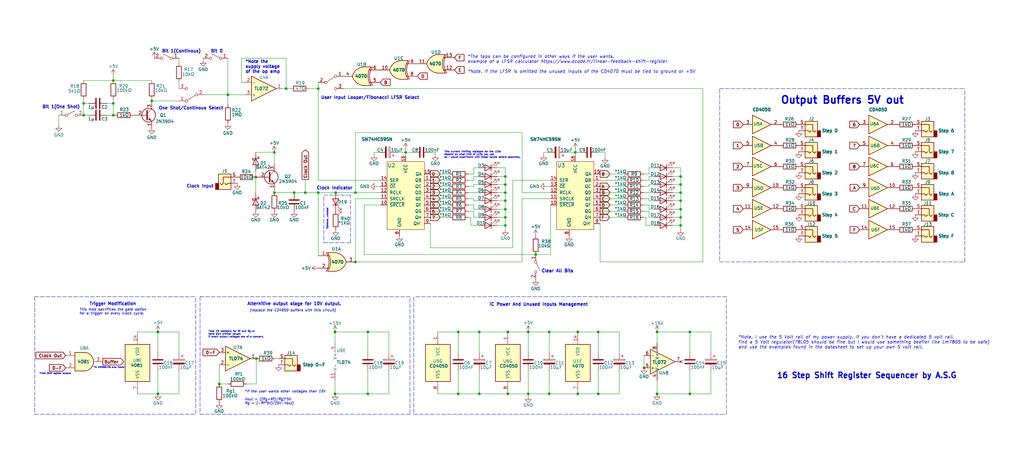
<source format=kicad_sch>
(kicad_sch (version 20211123) (generator eeschema)
  (paper "User" 419.989 189.992)
  (title_block (title "16 Step Shift Register Sequencer") (date "2023-05-18") (company "A.S.G"))
  (junction (at 89.916 157.48))
  (junction (at 130.556 36.322))
  (junction (at 187.96 136.144))
  (junction (at 150.876 136.144))
  (junction (at 207.264 78.994))
  (junction (at 269.494 161.544))
  (junction (at 46.482 33.02))
  (junction (at 62.23 41.402))
  (junction (at 112.522 62.484))
  (junction (at 208.28 161.544))
  (junction (at 130.556 78.994))
  (junction (at 279.146 92.456))
  (junction (at 125.222 78.994))
  (junction (at 279.146 82.296))
  (junction (at 187.96 161.544))
  (junction (at 207.264 75.692))
  (junction (at 279.146 75.692))
  (junction (at 207.264 72.39))
  (junction (at 282.956 161.544))
  (junction (at 279.146 72.39))
  (junction (at 34.29 42.418))
  (junction (at 34.29 47.244))
  (junction (at 196.596 161.544))
  (junction (at 112.522 78.994))
  (junction (at 207.264 82.296))
  (junction (at 269.494 136.144))
  (junction (at 105.156 147.066))
  (junction (at 225.298 136.144))
  (junction (at 279.146 89.154))
  (junction (at 236.982 161.544))
  (junction (at 282.956 136.144))
  (junction (at 46.482 42.418))
  (junction (at 264.16 150.876))
  (junction (at 104.902 72.644))
  (junction (at 196.596 136.144))
  (junction (at 137.414 161.544))
  (junction (at 166.37 62.484))
  (junction (at 120.65 78.994))
  (junction (at 46.482 47.244))
  (junction (at 279.146 78.994))
  (junction (at 208.28 136.144))
  (junction (at 207.264 89.154))
  (junction (at 219.71 104.394))
  (junction (at 235.966 62.484))
  (junction (at 145.796 78.994))
  (junction (at 216.662 136.144))
  (junction (at 207.264 85.852))
  (junction (at 245.364 161.544))
  (junction (at 137.668 78.994))
  (junction (at 145.796 107.442))
  (junction (at 117.348 36.322))
  (junction (at 64.77 136.144))
  (junction (at 64.77 161.544))
  (junction (at 236.982 136.144))
  (junction (at 207.264 92.456))
  (junction (at 225.298 161.544))
  (junction (at 137.414 136.144))
  (junction (at 216.662 161.544))
  (junction (at 150.876 161.544))
  (junction (at 279.146 85.852))
  (junction (at 93.472 38.862))
  (junction (at 245.364 136.144))
  (no_connect (at 279.4 148.336))
  (wire (pts (xy 104.902 72.644) (xy 104.902 78.994)))
  (wire (pts (xy 279.146 68.834) (xy 279.146 72.39)))
  (wire (pts (xy 64.77 136.144) (xy 73.406 136.144)))
  (wire (pts (xy 112.522 78.994) (xy 112.522 77.724)))
  (wire (pts (xy 246.126 86.614) (xy 256.286 86.614)))
  (wire (pts (xy 166.37 62.484) (xy 166.37 63.754)))
  (polyline (pts (xy 82.042 121.666) (xy 168.148 121.666)))
  (wire (pts (xy 130.556 36.322) (xy 130.556 73.914)))
  (wire (pts (xy 216.662 136.144) (xy 216.662 144.526)))
  (wire (pts (xy 245.364 136.144) (xy 254 136.144)))
  (wire (pts (xy 266.192 81.534) (xy 266.192 82.296)))
  (wire (pts (xy 130.556 73.914) (xy 156.21 73.914)))
  (wire (pts (xy 140.716 36.322) (xy 288.29 36.322)))
  (wire (pts (xy 64.77 161.544) (xy 73.406 161.544)))
  (wire (pts (xy 194.31 73.914) (xy 192.024 73.914)))
  (wire (pts (xy 225.298 136.144) (xy 236.982 136.144)))
  (wire (pts (xy 156.21 76.454) (xy 154.686 76.454)))
  (wire (pts (xy 279.146 92.456) (xy 275.844 92.456)))
  (wire (pts (xy 282.956 136.144) (xy 282.956 144.526)))
  (wire (pts (xy 214.122 78.994) (xy 214.122 54.356)))
  (wire (pts (xy 275.844 68.834) (xy 279.146 68.834)))
  (wire (pts (xy 216.662 152.146) (xy 216.662 161.544)))
  (wire (pts (xy 275.844 78.994) (xy 279.146 78.994)))
  (wire (pts (xy 89.916 157.48) (xy 89.916 149.606)))
  (wire (pts (xy 34.29 47.244) (xy 36.322 47.244)))
  (wire (pts (xy 208.28 161.544) (xy 216.662 161.544)))
  (wire (pts (xy 150.876 161.544) (xy 159.512 161.544)))
  (wire (pts (xy 207.264 72.39) (xy 207.264 75.692)))
  (wire (pts (xy 194.31 68.834) (xy 196.342 68.834)))
  (wire (pts (xy 245.364 152.146) (xy 245.364 161.544)))
  (wire (pts (xy 187.96 152.146) (xy 187.96 161.544)))
  (wire (pts (xy 266.192 89.154) (xy 268.224 89.154)))
  (wire (pts (xy 159.512 144.526) (xy 159.512 136.144)))
  (wire (pts (xy 192.024 86.614) (xy 194.31 86.614)))
  (polyline (pts (xy 295.148 36.322) (xy 395.732 36.322)))
  (wire (pts (xy 192.024 84.074) (xy 194.31 84.074)))
  (wire (pts (xy 194.31 84.074) (xy 194.31 85.852)))
  (wire (pts (xy 62.23 40.64) (xy 62.23 41.402)))
  (wire (pts (xy 176.53 86.614) (xy 184.404 86.614)))
  (polyline (pts (xy 14.224 169.926) (xy 80.264 169.926)))
  (wire (pts (xy 99.06 23.876) (xy 99.06 33.782)))
  (wire (pts (xy 176.53 101.6) (xy 210.312 101.6)))
  (wire (pts (xy 176.53 76.454) (xy 184.404 76.454)))
  (wire (pts (xy 196.596 161.544) (xy 196.596 152.146)))
  (polyline (pts (xy 395.732 107.442) (xy 395.732 36.322)))
  (polyline (pts (xy 82.042 121.666) (xy 82.042 169.926)))
  (wire (pts (xy 149.352 84.074) (xy 156.21 84.074)))
  (wire (pts (xy 254 144.526) (xy 254 136.144)))
  (wire (pts (xy 235.966 61.214) (xy 235.966 62.484)))
  (wire (pts (xy 203.962 78.994) (xy 207.264 78.994)))
  (wire (pts (xy 219.71 104.394) (xy 225.806 104.394)))
  (wire (pts (xy 137.414 155.956) (xy 137.414 161.544)))
  (wire (pts (xy 178.562 62.484) (xy 176.784 62.484)))
  (wire (pts (xy 46.482 42.418) (xy 46.482 47.244)))
  (wire (pts (xy 245.364 136.144) (xy 245.364 144.526)))
  (wire (pts (xy 130.556 78.994) (xy 137.668 78.994)))
  (wire (pts (xy 24.13 47.244) (xy 24.13 51.308)))
  (wire (pts (xy 130.556 33.782) (xy 130.556 36.322)))
  (wire (pts (xy 266.192 86.614) (xy 266.192 89.154)))
  (wire (pts (xy 137.414 136.144) (xy 150.876 136.144)))
  (wire (pts (xy 291.592 144.526) (xy 291.592 136.144)))
  (wire (pts (xy 216.662 161.544) (xy 216.662 162.56)))
  (polyline (pts (xy 297.942 169.926) (xy 297.942 121.666)))
  (wire (pts (xy 126.746 36.322) (xy 130.556 36.322)))
  (wire (pts (xy 236.982 161.544) (xy 245.364 161.544)))
  (wire (pts (xy 216.662 136.144) (xy 225.298 136.144)))
  (wire (pts (xy 194.31 82.296) (xy 196.342 82.296)))
  (wire (pts (xy 194.31 81.534) (xy 194.31 82.296)))
  (wire (pts (xy 179.578 161.544) (xy 187.96 161.544)))
  (wire (pts (xy 263.906 84.074) (xy 266.192 84.074)))
  (wire (pts (xy 203.962 68.834) (xy 207.264 68.834)))
  (wire (pts (xy 43.942 42.418) (xy 46.482 42.418)))
  (wire (pts (xy 194.31 72.39) (xy 194.31 73.914)))
  (wire (pts (xy 150.876 152.146) (xy 150.876 161.544)))
  (wire (pts (xy 269.494 140.716) (xy 269.494 136.144)))
  (wire (pts (xy 266.192 71.374) (xy 266.192 68.834)))
  (wire (pts (xy 207.264 92.456) (xy 207.264 94.234)))
  (wire (pts (xy 46.482 33.02) (xy 62.23 33.02)))
  (wire (pts (xy 288.29 36.322) (xy 288.29 107.442)))
  (wire (pts (xy 268.224 72.39) (xy 266.192 72.39)))
  (wire (pts (xy 187.96 136.144) (xy 196.596 136.144)))
  (wire (pts (xy 246.126 107.442) (xy 246.126 91.694)))
  (wire (pts (xy 100.584 33.782) (xy 99.06 33.782)))
  (wire (pts (xy 192.024 71.374) (xy 194.31 71.374)))
  (wire (pts (xy 279.146 89.154) (xy 279.146 92.456)))
  (wire (pts (xy 120.65 78.994) (xy 125.222 78.994)))
  (wire (pts (xy 279.146 78.994) (xy 279.146 82.296)))
  (wire (pts (xy 264.16 145.796) (xy 264.16 150.876)))
  (wire (pts (xy 149.352 104.394) (xy 219.71 104.394)))
  (wire (pts (xy 192.024 81.534) (xy 194.31 81.534)))
  (polyline (pts (xy 168.148 169.672) (xy 168.148 121.666)))
  (wire (pts (xy 246.126 107.442) (xy 288.29 107.442)))
  (wire (pts (xy 246.126 81.534) (xy 256.286 81.534)))
  (wire (pts (xy 196.596 161.544) (xy 208.28 161.544)))
  (wire (pts (xy 64.77 152.146) (xy 64.77 161.544)))
  (wire (pts (xy 207.264 68.834) (xy 207.264 72.39)))
  (wire (pts (xy 269.494 161.544) (xy 282.956 161.544)))
  (wire (pts (xy 93.472 23.876) (xy 93.472 38.862)))
  (wire (pts (xy 266.192 72.39) (xy 266.192 73.914)))
  (wire (pts (xy 194.31 85.852) (xy 196.342 85.852)))
  (wire (pts (xy 159.512 161.544) (xy 159.512 152.146)))
  (wire (pts (xy 266.192 76.454) (xy 263.906 76.454)))
  (wire (pts (xy 203.962 82.296) (xy 207.264 82.296)))
  (wire (pts (xy 125.222 78.994) (xy 130.556 78.994)))
  (wire (pts (xy 235.966 62.484) (xy 235.966 63.754)))
  (wire (pts (xy 266.192 73.914) (xy 263.906 73.914)))
  (wire (pts (xy 208.28 136.144) (xy 216.662 136.144)))
  (wire (pts (xy 56.388 136.144) (xy 64.77 136.144)))
  (wire (pts (xy 169.164 62.484) (xy 166.37 62.484)))
  (polyline (pts (xy 82.042 169.926) (xy 168.402 169.926)))
  (wire (pts (xy 248.158 64.516) (xy 248.158 62.484)))
  (wire (pts (xy 207.264 85.852) (xy 207.264 89.154)))
  (wire (pts (xy 112.522 62.484) (xy 112.522 67.564)))
  (wire (pts (xy 203.962 75.692) (xy 207.264 75.692)))
  (wire (pts (xy 266.192 84.074) (xy 266.192 85.852)))
  (wire (pts (xy 178.562 63.5) (xy 178.562 62.484)))
  (wire (pts (xy 179.578 136.144) (xy 187.96 136.144)))
  (wire (pts (xy 36.322 42.418) (xy 34.29 42.418)))
  (wire (pts (xy 125.222 73.66) (xy 125.222 78.994)))
  (wire (pts (xy 194.31 75.692) (xy 194.31 76.454)))
  (wire (pts (xy 246.126 73.914) (xy 256.286 73.914)))
  (wire (pts (xy 275.844 72.39) (xy 279.146 72.39)))
  (wire (pts (xy 264.922 89.154) (xy 264.922 92.456)))
  (wire (pts (xy 73.406 33.528) (xy 73.406 36.322)))
  (wire (pts (xy 162.814 62.484) (xy 166.37 62.484)))
  (wire (pts (xy 194.31 86.614) (xy 194.31 89.154)))
  (wire (pts (xy 266.192 82.296) (xy 268.224 82.296)))
  (wire (pts (xy 282.956 136.144) (xy 291.592 136.144)))
  (wire (pts (xy 246.126 78.994) (xy 256.286 78.994)))
  (wire (pts (xy 223.012 63.5) (xy 223.012 62.484)))
  (wire (pts (xy 187.96 136.144) (xy 187.96 144.526)))
  (wire (pts (xy 207.264 75.692) (xy 207.264 78.994)))
  (wire (pts (xy 268.224 75.692) (xy 266.192 75.692)))
  (wire (pts (xy 275.844 89.154) (xy 279.146 89.154)))
  (wire (pts (xy 279.146 82.296) (xy 279.146 85.852)))
  (wire (pts (xy 46.482 30.988) (xy 46.482 33.02)))
  (wire (pts (xy 193.04 92.456) (xy 196.342 92.456)))
  (polyline (pts (xy 132.842 80.01) (xy 143.764 80.01)))
  (wire (pts (xy 137.414 161.544) (xy 150.876 161.544)))
  (wire (pts (xy 83.566 38.862) (xy 93.472 38.862)))
  (wire (pts (xy 192.024 89.154) (xy 193.04 89.154)))
  (wire (pts (xy 236.982 136.144) (xy 245.364 136.144)))
  (wire (pts (xy 203.962 85.852) (xy 207.264 85.852)))
  (wire (pts (xy 145.796 81.534) (xy 145.796 107.442)))
  (wire (pts (xy 225.298 161.544) (xy 236.982 161.544)))
  (wire (pts (xy 64.77 136.144) (xy 64.77 144.526)))
  (wire (pts (xy 196.342 75.692) (xy 194.31 75.692)))
  (wire (pts (xy 225.806 104.394) (xy 225.806 84.074)))
  (wire (pts (xy 166.37 61.214) (xy 166.37 62.484)))
  (wire (pts (xy 150.876 136.144) (xy 159.512 136.144)))
  (wire (pts (xy 112.776 147.066) (xy 114.3 147.066)))
  (wire (pts (xy 207.264 82.296) (xy 207.264 85.852)))
  (wire (pts (xy 176.53 71.374) (xy 184.404 71.374)))
  (wire (pts (xy 43.942 47.244) (xy 46.482 47.244)))
  (wire (pts (xy 56.388 161.544) (xy 64.77 161.544)))
  (wire (pts (xy 192.024 78.994) (xy 196.342 78.994)))
  (wire (pts (xy 279.146 75.692) (xy 279.146 78.994)))
  (wire (pts (xy 176.53 89.154) (xy 184.404 89.154)))
  (wire (pts (xy 34.29 42.418) (xy 34.29 47.244)))
  (wire (pts (xy 210.312 73.914) (xy 225.806 73.914)))
  (wire (pts (xy 282.956 161.544) (xy 291.592 161.544)))
  (wire (pts (xy 153.416 62.484) (xy 155.194 62.484)))
  (wire (pts (xy 263.906 71.374) (xy 266.192 71.374)))
  (wire (pts (xy 246.126 84.074) (xy 256.286 84.074)))
  (wire (pts (xy 104.902 70.104) (xy 104.902 72.644)))
  (wire (pts (xy 194.31 89.154) (xy 196.342 89.154)))
  (wire (pts (xy 176.53 78.994) (xy 184.404 78.994)))
  (wire (pts (xy 101.092 157.48) (xy 105.156 157.48)))
  (wire (pts (xy 46.482 33.02) (xy 34.29 33.02)))
  (wire (pts (xy 225.806 78.994) (xy 214.122 78.994)))
  (wire (pts (xy 225.298 161.544) (xy 225.298 152.146)))
  (wire (pts (xy 266.192 75.692) (xy 266.192 76.454)))
  (wire (pts (xy 263.906 89.154) (xy 264.922 89.154)))
  (polyline (pts (xy 297.942 121.666) (xy 169.926 121.666)))
  (wire (pts (xy 104.902 62.484) (xy 112.522 62.484)))
  (wire (pts (xy 145.796 78.994) (xy 156.21 78.994)))
  (wire (pts (xy 145.796 107.442) (xy 214.122 107.442)))
  (wire (pts (xy 232.41 62.484) (xy 235.966 62.484)))
  (wire (pts (xy 279.146 72.39) (xy 279.146 75.692)))
  (wire (pts (xy 137.668 78.994) (xy 145.796 78.994)))
  (wire (pts (xy 225.298 144.526) (xy 225.298 136.144)))
  (wire (pts (xy 263.906 86.614) (xy 266.192 86.614)))
  (wire (pts (xy 99.06 23.876) (xy 117.348 23.876)))
  (wire (pts (xy 207.264 78.994) (xy 207.264 82.296)))
  (wire (pts (xy 105.156 157.48) (xy 105.156 147.066)))
  (wire (pts (xy 176.53 73.914) (xy 184.404 73.914)))
  (wire (pts (xy 145.796 54.356) (xy 214.122 54.356)))
  (polyline (pts (xy 295.148 107.442) (xy 395.732 107.442)))
  (wire (pts (xy 207.264 92.456) (xy 203.962 92.456)))
  (wire (pts (xy 237.744 62.484) (xy 235.966 62.484)))
  (wire (pts (xy 279.146 85.852) (xy 279.146 89.154)))
  (wire (pts (xy 193.04 89.154) (xy 193.04 92.456)))
  (wire (pts (xy 196.342 72.39) (xy 194.31 72.39)))
  (polyline (pts (xy 295.148 36.576) (xy 295.148 107.442)))
  (wire (pts (xy 187.96 161.544) (xy 196.596 161.544)))
  (wire (pts (xy 203.962 89.154) (xy 207.264 89.154)))
  (wire (pts (xy 62.23 41.402) (xy 73.406 41.402)))
  (wire (pts (xy 214.122 107.442) (xy 214.122 81.534)))
  (wire (pts (xy 248.158 62.484) (xy 245.364 62.484)))
  (wire (pts (xy 137.414 140.716) (xy 137.414 136.144)))
  (wire (pts (xy 46.482 47.244) (xy 46.99 47.244)))
  (wire (pts (xy 115.824 36.322) (xy 117.348 36.322)))
  (wire (pts (xy 117.348 36.322) (xy 119.126 36.322)))
  (wire (pts (xy 245.364 161.544) (xy 254 161.544)))
  (wire (pts (xy 214.122 81.534) (xy 225.806 81.534)))
  (wire (pts (xy 246.126 89.154) (xy 256.286 89.154)))
  (wire (pts (xy 216.662 161.544) (xy 225.298 161.544)))
  (polyline (pts (xy 14.224 121.666) (xy 14.224 169.926)))
  (polyline (pts (xy 169.672 121.92) (xy 169.672 169.926)))
  (wire (pts (xy 176.53 84.074) (xy 184.404 84.074)))
  (wire (pts (xy 176.53 101.6) (xy 176.53 91.694)))
  (wire (pts (xy 291.592 161.544) (xy 291.592 152.146)))
  (wire (pts (xy 223.012 62.484) (xy 224.79 62.484)))
  (wire (pts (xy 246.126 76.454) (xy 256.286 76.454)))
  (wire (pts (xy 263.906 81.534) (xy 266.192 81.534)))
  (wire (pts (xy 275.844 85.852) (xy 279.146 85.852)))
  (wire (pts (xy 254 161.544) (xy 254 152.146)))
  (wire (pts (xy 282.956 152.146) (xy 282.956 161.544)))
  (wire (pts (xy 176.53 81.534) (xy 184.404 81.534)))
  (wire (pts (xy 150.876 136.144) (xy 150.876 144.526)))
  (wire (pts (xy 112.522 78.994) (xy 120.65 78.994)))
  (wire (pts (xy 149.352 84.074) (xy 149.352 104.394)))
  (polyline (pts (xy 80.264 169.672) (xy 80.264 121.666)))
  (wire (pts (xy 93.472 38.862) (xy 100.584 38.862)))
  (wire (pts (xy 208.28 135.636) (xy 208.28 136.144)))
  (wire (pts (xy 153.416 63.5) (xy 153.416 62.484)))
  (polyline (pts (xy 132.842 99.568) (xy 143.764 99.568)))
  (wire (pts (xy 46.482 40.64) (xy 46.482 42.418)))
  (wire (pts (xy 73.406 144.526) (xy 73.406 136.144)))
  (wire (pts (xy 225.806 76.454) (xy 224.282 76.454)))
  (polyline (pts (xy 132.842 80.772) (xy 132.842 99.568)))
  (wire (pts (xy 246.126 71.374) (xy 256.286 71.374)))
  (wire (pts (xy 73.406 23.876) (xy 73.406 25.908)))
  (wire (pts (xy 263.906 78.994) (xy 268.224 78.994)))
  (polyline (pts (xy 14.224 121.666) (xy 80.264 121.666)))
  (wire (pts (xy 269.494 155.956) (xy 269.494 161.544)))
  (wire (pts (xy 264.922 92.456) (xy 268.224 92.456)))
  (wire (pts (xy 62.23 41.402) (xy 62.23 42.164)))
  (polyline (pts (xy 169.672 169.926) (xy 297.942 169.926)))
  (wire (pts (xy 145.796 54.356) (xy 145.796 78.994)))
  (wire (pts (xy 73.406 161.544) (xy 73.406 152.146)))
  (polyline (pts (xy 143.764 99.568) (xy 143.764 80.01)))
  (wire (pts (xy 196.596 144.526) (xy 196.596 136.144)))
  (wire (pts (xy 266.192 85.852) (xy 268.224 85.852)))
  (wire (pts (xy 266.192 68.834) (xy 268.224 68.834)))
  (wire (pts (xy 279.146 92.456) (xy 279.146 94.234)))
  (wire (pts (xy 207.264 89.154) (xy 207.264 92.456)))
  (wire (pts (xy 156.21 81.534) (xy 145.796 81.534)))
  (wire (pts (xy 93.472 38.862) (xy 93.472 42.926)))
  (wire (pts (xy 83.312 23.876) (xy 83.312 24.638)))
  (wire (pts (xy 269.494 136.144) (xy 282.956 136.144)))
  (wire (pts (xy 210.312 101.6) (xy 210.312 73.914)))
  (wire (pts (xy 34.29 40.64) (xy 34.29 42.418)))
  (wire (pts (xy 275.844 75.692) (xy 279.146 75.692)))
  (wire (pts (xy 93.472 157.48) (xy 89.916 157.48)))
  (wire (pts (xy 196.596 136.144) (xy 208.28 136.144)))
  (wire (pts (xy 203.962 72.39) (xy 207.264 72.39)))
  (wire (pts (xy 130.556 78.994) (xy 130.556 104.902)))
  (wire (pts (xy 117.348 23.876) (xy 117.348 36.322)))
  (wire (pts (xy 194.31 76.454) (xy 192.024 76.454)))
  (wire (pts (xy 275.844 82.296) (xy 279.146 82.296)))
  (wire (pts (xy 194.31 71.374) (xy 194.31 68.834)))
  (text "*To CD4050/Op amp inputs" (at 38.1 151.13 0) (effects (font (size 0.6 0.6) italic) (justify left bottom)))
  (text "Bit 0" (at 86.36 21.844 0) (effects (font (size 1.27 1.27) (thickness 0.254) bold) (justify left bottom)))
  (text "*From Shift register outputs" (at 16.002 153.67 0) (effects (font (size 0.6 0.6) italic) (justify left bottom)))
  (text "*Optional, untested" (at 134.62 85.344 270) (effects (font (size 0.6 0.6) italic) (justify right bottom)))
  (text "(replace the CD4050 buffers with this circuit)\n" (at 102.362 128.016 0) (effects (font (size 1 1) italic) (justify left bottom)))
  (text "16 Step Shift Register Sequencer by A.S.G" (at 318.516 155.448 0) (effects (font (size 2.2606 2.2606) (thickness 0.4521) bold) (justify left bottom)))
  (text "Trigger Modification" (at 36.576 125.476 0) (effects (font (size 1.27 1.27) (thickness 0.254) bold) (justify left bottom)))
  (text "*Use 1% resistors for Rf and Rg or \nhand pick similar values \nif exact output voltages are of a concern." (at 85.344 138.684 0) (effects (font (size 0.7 0.7) italic) (justify left bottom)))
  (text "This mod sacrifices the gate option \nfor a trigger on every clock cycle." (at 32.512 129.286 0) (effects (font (size 1 1) italic) (justify left bottom)))
  (text "Clear All Bits" (at 221.996 112.014 0) (effects (font (size 1.27 1.27) (thickness 0.254) bold) (justify left bottom)))
  (text "*The taps can be configured in other ways if the user wants.\nexample of a LFSR calculator https://www.dcode.fr/linear-feedback-shift-register\n\n*Note. If the LFSR is omitted the unused inputs of the CD4070 must be tied to ground or +5V " (at 191.77 30.226 0) (effects (font (size 1.27 1.27) italic) (justify left bottom)))
  (text "Alternitive output stage for 10V output." (at 101.346 125.476 0) (effects (font (size 1.27 1.27) (thickness 0.254) bold) (justify left bottom)))
  (text "IC Power And Unused Inputs Management" (at 200.66 125.73 0) (effects (font (size 1.27 1.27) (thickness 0.254) bold) (justify left bottom)))
  (text "Clock Input" (at 76.454 77.216 0) (effects (font (size 1.27 1.27) bold) (justify left bottom)))
  (text "User Input Looper/Fibonacci LFSR Select" (at 131.572 40.894 0) (effects (font (size 1.27 1.27) (thickness 0.254) bold) (justify left bottom)))
  (text "Clock Indicator" (at 129.794 77.978 0) (effects (font (size 1.27 1.27) bold) (justify left bottom)))
  (text "Output Buffers 5V out" (at 320.04 42.926 0) (effects (font (size 3 3) bold) (justify left bottom)))
  (text "*the current limiting resistors for the LEDs \ndepend on what kind of LEDs you use \nso I would experiment with those values before assembly." (at 182.118 65.024 0) (effects (font (size 0.7 0.7) italic) (justify left bottom)))
  (text "One Shot/Continous Select" (at 65.024 45.212 0) (effects (font (size 1.27 1.27) (thickness 0.254) bold) (justify left bottom)))
  (text "Bit 1(One Shot)" (at 17.272 44.704 0) (effects (font (size 1.27 1.27) (thickness 0.254) bold) (justify left bottom)))
  (text "Bit 1(Continous)" (at 66.294 21.844 0) (effects (font (size 1.27 1.27) (thickness 0.254) bold) (justify left bottom)))
  (text "*If the user wants other voltages than 10V\n\nVout = ((Rg+Rf)/Rg)*5V\nRg = (-Rf*5V)/(5V-Vout)" (at 100.33 166.116 0) (effects (font (size 1 1) italic) (justify left bottom)))
  (text "*Note the \nsupply voltage \nof the op amp" (at 100.584 30.226 0) (effects (font (size 1.27 1.27) bold) (justify left bottom)))
  (text "*Note. I use the 5 Volt rail of my power supply. If you don't have a dedicated 5 volt rail, \nfind a 5 Volt regulator(78L05 should be fine but I would use something beefier like Lm7805 to be safe)\nand use the examples found in the datasheet to set up your own 5 volt rail." (at 302.768 143.256 0) (effects (font (size 1.27 1.27) italic) (justify left bottom)))
  (global_label "2" (shape output) (at 176.5587 76.454 0) (effects (font (thickness 0.254) bold)) (property "Intersheet References" "${INTERSHEET_REFS}" (effects hide)))
  (global_label "8" (shape output) (at 246.126 71.374 0) (effects (font (thickness 0.254) bold)) (property "Intersheet References" "${INTERSHEET_REFS}" (effects hide)))
  (global_label "8" (shape input) (at 352.552 68.326 180) (effects (font (thickness 0.254) bold)) (property "Intersheet References" "${INTERSHEET_REFS}" (effects hide)))
  (global_label "0" (shape output) (at 176.53 71.374 0) (effects (font (thickness 0.254) bold)) (property "Intersheet References" "${INTERSHEET_REFS}" (effects hide)))
  (global_label "1" (shape output) (at 176.5587 73.914 0) (effects (font (thickness 0.254) bold)) (property "Intersheet References" "${INTERSHEET_REFS}" (effects hide)))
  (global_label "D" (shape output) (at 246.126 84.074 0) (effects (font (thickness 0.254) bold)) (property "Intersheet References" "${INTERSHEET_REFS}" (effects hide)))
  (global_label "4" (shape input) (at 304.8 85.598 180) (effects (font (thickness 0.254) bold)) (property "Intersheet References" "${INTERSHEET_REFS}" (effects hide)))
  (global_label "0" (shape input) (at 304.8 51.054 180) (effects (font (thickness 0.254) bold)) (property "Intersheet References" "${INTERSHEET_REFS}" (effects hide)))
  (global_label "C" (shape input) (at 352.552 85.598 180) (effects (font (thickness 0.254) bold)) (property "Intersheet References" "${INTERSHEET_REFS}" (effects hide)))
  (global_label "B" (shape output) (at 246.126 78.994 0) (effects (font (thickness 0.254) bold)) (property "Intersheet References" "${INTERSHEET_REFS}" (effects hide)))
  (global_label "Clock Out" (shape input) (at 26.924 145.796 180) (effects (font (thickness 0.254) bold)) (property "Intersheet References" "${INTERSHEET_REFS}" (effects hide)))
  (global_label "7" (shape output) (at 176.53 89.154 0) (effects (font (thickness 0.254) bold)) (property "Intersheet References" "${INTERSHEET_REFS}" (effects hide)))
  (global_label "E" (shape input) (at 186.436 28.702 0) (effects (font (thickness 0.254) bold)) (property "Intersheet References" "${INTERSHEET_REFS}" (effects hide)))
  (global_label "2" (shape input) (at 304.8 68.326 180) (effects (font (thickness 0.254) bold)) (property "Intersheet References" "${INTERSHEET_REFS}" (effects hide)))
  (global_label "A" (shape input) (at 352.552 76.962 180) (effects (font (thickness 0.254) bold)) (property "Intersheet References" "${INTERSHEET_REFS}" (effects hide)))
  (global_label "D" (shape input) (at 171.196 31.242 0) (effects (font (thickness 0.254) bold)) (property "Intersheet References" "${INTERSHEET_REFS}" (effects hide)))
  (global_label "6" (shape input) (at 352.552 51.054 180) (effects (font (thickness 0.254) bold)) (property "Intersheet References" "${INTERSHEET_REFS}" (effects hide)))
  (global_label "7" (shape input) (at 352.552 59.69 180) (effects (font (thickness 0.254) bold)) (property "Intersheet References" "${INTERSHEET_REFS}" (effects hide)))
  (global_label "F" (shape input) (at 352.552 94.234 180) (effects (font (thickness 0.254) bold)) (property "Intersheet References" "${INTERSHEET_REFS}" (effects hide)))
  (global_label "F" (shape output) (at 246.126 89.154 0) (effects (font (thickness 0.254) bold)) (property "Intersheet References" "${INTERSHEET_REFS}" (effects hide)))
  (global_label "C" (shape output) (at 246.126 81.534 0) (effects (font (thickness 0.254) bold)) (property "Intersheet References" "${INTERSHEET_REFS}" (effects hide)))
  (global_label "F" (shape input) (at 186.436 23.622 0) (effects (font (thickness 0.254) bold)) (property "Intersheet References" "${INTERSHEET_REFS}" (effects hide)))
  (global_label "Buffer" (shape output) (at 42.164 148.336 0) (effects (font (thickness 0.254) bold)) (property "Intersheet References" "${INTERSHEET_REFS}" (effects hide)))
  (global_label "1" (shape input) (at 304.8 59.69 180) (effects (font (thickness 0.254) bold)) (property "Intersheet References" "${INTERSHEET_REFS}" (effects hide)))
  (global_label "5" (shape input) (at 304.8 94.234 180) (effects (font (thickness 0.254) bold)) (property "Intersheet References" "${INTERSHEET_REFS}" (effects hide)))
  (global_label "E" (shape output) (at 246.126 86.614 0) (effects (font (thickness 0.254) bold)) (property "Intersheet References" "${INTERSHEET_REFS}" (effects hide)))
  (global_label "0-F" (shape input) (at 89.916 144.526 180) (effects (font (thickness 0.254) bold)) (property "Intersheet References" "${INTERSHEET_REFS}" (effects hide)))
  (global_label "5" (shape output) (at 176.5587 84.074 0) (effects (font (thickness 0.254) bold)) (property "Intersheet References" "${INTERSHEET_REFS}" (effects hide)))
  (global_label "0-F" (shape input) (at 26.924 150.876 180) (effects (font (thickness 0.254) bold)) (property "Intersheet References" "${INTERSHEET_REFS}" (effects hide)))
  (global_label "4" (shape output) (at 176.5587 81.534 0) (effects (font (thickness 0.254) bold)) (property "Intersheet References" "${INTERSHEET_REFS}" (effects hide)))
  (global_label "A" (shape output) (at 246.126 76.454 0) (effects (font (thickness 0.254) bold)) (property "Intersheet References" "${INTERSHEET_REFS}" (effects hide)))
  (global_label "6" (shape output) (at 176.5587 86.614 0) (effects (font (thickness 0.254) bold)) (property "Intersheet References" "${INTERSHEET_REFS}" (effects hide)))
  (global_label "3" (shape input) (at 304.8 76.962 180) (effects (font (thickness 0.254) bold)) (property "Intersheet References" "${INTERSHEET_REFS}" (effects hide)))
  (global_label "Clock Out" (shape output) (at 125.222 73.66 90) (effects (font (thickness 0.254) bold)) (property "Intersheet References" "${INTERSHEET_REFS}" (effects hide)))
  (global_label "B" (shape input) (at 155.956 33.782 0) (effects (font (thickness 0.254) bold)) (property "Intersheet References" "${INTERSHEET_REFS}" (effects hide)))
  (global_label "3" (shape output) (at 176.5587 78.994 0) (effects (font (thickness 0.254) bold)) (property "Intersheet References" "${INTERSHEET_REFS}" (effects hide)))
  (symbol (lib_id "Eurorack---ShiftRegister-rescue:SN74HC595N-dk_Logic-Shift-Registers") (at 171.45 81.534 0) (unit 1)
    (property "Reference" "U2" (at 160.528 67.818 0) (effects (font (size 1.524 1.524))))
    (property "Value" "SN74HC595N" (at 154.686 57.15 0) (effects (font bold)))
    (property "Footprint" "Package_DIP:DIP-16_W7.62mm_Socket" (effects hide))
    (property "Datasheet" "http://www.ti.com/general/docs/suppproductinfo.tsp?distId=10&gotoUrl=http%3A%2F%2Fwww.ti.com%2Flit%2Fgpn%2Fsn74hc595" (effects hide))
    (property "Digi-Key_PN" "296-1600-5-ND" (effects hide))
    (property "MPN" "SN74HC595N" (effects hide))
    (property "Category" "Integrated Circuits (ICs)" (effects hide))
    (property "Family" "Logic - Shift Registers" (effects hide))
    (property "DK_Datasheet_Link" "http://www.ti.com/general/docs/suppproductinfo.tsp?distId=10&gotoUrl=http%3A%2F%2Fwww.ti.com%2Flit%2Fgpn%2Fsn74hc595" (effects hide))
    (property "DK_Detail_Page" "/product-detail/en/texas-instruments/SN74HC595N/296-1600-5-ND/277246" (effects hide))
    (property "Description" "IC 8-BIT SHIFT REGISTER 16-DIP" (effects hide))
    (property "Manufacturer" "Texas Instruments" (effects hide))
    (property "Status" "Active" (effects hide))
  )
  (symbol (lib_id "Device:R") (at 188.214 71.374 270) (unit 1)
    (property "Reference" "R1" (at 188.214 71.374 90))
    (property "Value" "*1kΩ" (at 182.626 70.358 90))
    (property "Footprint" "Resistor_THT:R_Axial_DIN0207_L6.3mm_D2.5mm_P7.62mm_Horizontal" (effects hide))
  )
  (symbol (lib_id "Device:LED") (at 200.152 78.994 180) (unit 1)
    (property "Reference" "D6" (at 197.358 77.978 0))
    (property "Value" "LED" (effects hide))
    (property "Footprint" "LED_THT:LED_D3.0mm" (effects hide))
  )
  (symbol (lib_id "Device:R") (at 188.214 73.914 270) (unit 1)
    (property "Reference" "R2" (at 188.214 73.914 90))
    (property "Value" "*1kΩ" (at 182.626 72.898 90))
    (property "Footprint" "Resistor_THT:R_Axial_DIN0207_L6.3mm_D2.5mm_P7.62mm_Horizontal" (effects hide))
  )
  (symbol (lib_id "Device:R") (at 188.214 76.454 270) (unit 1)
    (property "Reference" "R3" (at 188.214 76.454 90))
    (property "Value" "*1kΩ" (at 182.626 75.438 90))
    (property "Footprint" "Resistor_THT:R_Axial_DIN0207_L6.3mm_D2.5mm_P7.62mm_Horizontal" (effects hide))
  )
  (symbol (lib_id "Device:R") (at 188.214 78.994 270) (unit 1)
    (property "Reference" "R4" (at 188.214 78.994 90))
    (property "Value" "*1kΩ" (at 182.626 77.978 90))
    (property "Footprint" "Resistor_THT:R_Axial_DIN0207_L6.3mm_D2.5mm_P7.62mm_Horizontal" (effects hide))
  )
  (symbol (lib_id "Device:R") (at 188.214 81.534 270) (unit 1)
    (property "Reference" "R5" (at 188.214 81.534 90))
    (property "Value" "*1kΩ" (at 182.626 80.518 90))
    (property "Footprint" "Resistor_THT:R_Axial_DIN0207_L6.3mm_D2.5mm_P7.62mm_Horizontal" (effects hide))
  )
  (symbol (lib_id "Device:R") (at 188.214 84.074 270) (unit 1)
    (property "Reference" "R6" (at 188.214 84.074 90))
    (property "Value" "*1kΩ" (at 182.626 83.058 90))
    (property "Footprint" "Resistor_THT:R_Axial_DIN0207_L6.3mm_D2.5mm_P7.62mm_Horizontal" (effects hide))
  )
  (symbol (lib_id "Device:R") (at 188.214 86.614 270) (unit 1)
    (property "Reference" "R7" (at 188.214 86.614 90))
    (property "Value" "*1kΩ" (at 182.626 85.598 90))
    (property "Footprint" "Resistor_THT:R_Axial_DIN0207_L6.3mm_D2.5mm_P7.62mm_Horizontal" (effects hide))
  )
  (symbol (lib_id "Device:R") (at 188.214 89.154 270) (unit 1)
    (property "Reference" "R8" (at 188.214 89.154 90))
    (property "Value" "*1kΩ" (at 182.626 88.138 90))
    (property "Footprint" "Resistor_THT:R_Axial_DIN0207_L6.3mm_D2.5mm_P7.62mm_Horizontal" (effects hide))
  )
  (symbol (lib_id "Device:LED") (at 200.152 75.692 180) (unit 1)
    (property "Reference" "D5" (at 197.358 74.676 0))
    (property "Value" "LED" (effects hide))
    (property "Footprint" "LED_THT:LED_D3.0mm" (effects hide))
  )
  (symbol (lib_id "Device:LED") (at 200.152 72.39 180) (unit 1)
    (property "Reference" "D4" (at 197.358 71.374 0))
    (property "Value" "LED" (effects hide))
    (property "Footprint" "LED_THT:LED_D3.0mm" (effects hide))
  )
  (symbol (lib_id "Device:LED") (at 200.152 68.834 180) (unit 1)
    (property "Reference" "D3" (at 197.358 67.818 0))
    (property "Value" "LED" (effects hide))
    (property "Footprint" "LED_THT:LED_D3.0mm" (effects hide))
  )
  (symbol (lib_id "Device:LED") (at 200.152 92.456 180) (unit 1)
    (property "Reference" "D10" (at 197.358 91.44 0))
    (property "Value" "LED" (effects hide))
    (property "Footprint" "LED_THT:LED_D3.0mm" (effects hide))
  )
  (symbol (lib_id "Device:LED") (at 200.152 89.154 180) (unit 1)
    (property "Reference" "D9" (at 197.358 88.138 0))
    (property "Value" "LED" (effects hide))
    (property "Footprint" "LED_THT:LED_D3.0mm" (effects hide))
  )
  (symbol (lib_id "Device:LED") (at 200.152 85.852 180) (unit 1)
    (property "Reference" "D8" (at 197.358 84.836 0))
    (property "Value" "LED" (effects hide))
    (property "Footprint" "LED_THT:LED_D3.0mm" (effects hide))
  )
  (symbol (lib_id "Device:LED") (at 200.152 82.296 180) (unit 1)
    (property "Reference" "D7" (at 197.358 81.28 0))
    (property "Value" "LED" (effects hide))
    (property "Footprint" "LED_THT:LED_D3.0mm" (effects hide))
  )
  (symbol (lib_id "Switch:SW_SPST") (at 29.21 47.244 0) (unit 1)
    (property "Reference" "Bit1" (effects hide))
    (property "Value" "SW_SPST" (effects hide))
    (property "Footprint" "Button_Switch_THT:SW_PUSH_6mm_H5mm" (effects hide))
  )
  (symbol (lib_id "Switch:SW_SPST") (at 88.392 23.876 0) (mirror y) (unit 1)
    (property "Reference" "Bit0" (effects hide))
    (property "Value" "SW_SPST" (effects hide))
    (property "Footprint" "Button_Switch_THT:SW_PUSH_6mm_H5mm" (effects hide))
  )
  (symbol (lib_id "power:GND") (at 83.312 24.638 0) (unit 1)
    (property "Reference" "#PWR03" (effects hide))
    (property "Value" "GND" (at 83.312 28.448 0))
  )
  (symbol (lib_id "power:+5V") (at 46.482 30.988 0) (unit 1)
    (property "Reference" "#PWR02" (effects hide))
    (property "Value" "+5V" (at 46.482 27.178 0))
  )
  (symbol (lib_id "power:GND") (at 154.686 76.454 270) (unit 1)
    (property "Reference" "#PWR09" (effects hide))
    (property "Value" "GND" (at 149.606 76.454 90))
  )
  (symbol (lib_id "power:GND") (at 163.83 96.774 0) (unit 1)
    (property "Reference" "#PWR011" (effects hide))
    (property "Value" "GND" (at 163.83 100.33 0))
  )
  (symbol (lib_id "power:+5V") (at 166.37 61.214 0) (unit 1)
    (property "Reference" "#PWR012" (effects hide))
    (property "Value" "+5V" (at 166.37 57.404 0))
  )
  (symbol (lib_id "Eurorack---ShiftRegister-rescue:SN74HC595N-dk_Logic-Shift-Registers") (at 241.046 81.534 0) (unit 1)
    (property "Reference" "U3" (at 230.124 67.818 0) (effects (font (size 1.524 1.524))))
    (property "Value" "SN74HC595N" (at 223.774 57.15 0) (effects (font bold)))
    (property "Footprint" "Package_DIP:DIP-16_W7.62mm_Socket" (effects hide))
    (property "Datasheet" "http://www.ti.com/general/docs/suppproductinfo.tsp?distId=10&gotoUrl=http%3A%2F%2Fwww.ti.com%2Flit%2Fgpn%2Fsn74hc595" (effects hide))
    (property "Digi-Key_PN" "296-1600-5-ND" (effects hide))
    (property "MPN" "SN74HC595N" (effects hide))
    (property "Category" "Integrated Circuits (ICs)" (effects hide))
    (property "Family" "Logic - Shift Registers" (effects hide))
    (property "DK_Datasheet_Link" "http://www.ti.com/general/docs/suppproductinfo.tsp?distId=10&gotoUrl=http%3A%2F%2Fwww.ti.com%2Flit%2Fgpn%2Fsn74hc595" (effects hide))
    (property "DK_Detail_Page" "/product-detail/en/texas-instruments/SN74HC595N/296-1600-5-ND/277246" (effects hide))
    (property "Description" "IC 8-BIT SHIFT REGISTER 16-DIP" (effects hide))
    (property "Manufacturer" "Texas Instruments" (effects hide))
    (property "Status" "Active" (effects hide))
  )
  (symbol (lib_id "power:GND") (at 233.426 96.774 0) (unit 1)
    (property "Reference" "#PWR016" (effects hide))
    (property "Value" "GND" (at 233.426 100.33 0))
  )
  (symbol (lib_id "power:+5V") (at 235.966 61.214 0) (unit 1)
    (property "Reference" "#PWR017" (effects hide))
    (property "Value" "+5V" (at 235.966 57.404 0))
  )
  (symbol (lib_id "power:GND") (at 207.264 94.234 0) (unit 1)
    (property "Reference" "#PWR013" (effects hide))
    (property "Value" "GND" (at 207.264 97.79 0))
  )
  (symbol (lib_id "power:GND") (at 224.282 76.454 270) (unit 1)
    (property "Reference" "#PWR015" (effects hide))
    (property "Value" "GND" (at 219.202 76.454 90))
  )
  (symbol (lib_id "power:+5V") (at 130.556 109.982 90) (unit 1)
    (property "Reference" "#PWR06" (effects hide))
    (property "Value" "+5V" (at 125.476 109.982 90))
  )
  (symbol (lib_id "Device:LED") (at 272.034 78.994 180) (unit 1)
    (property "Reference" "D14" (at 268.732 77.978 0))
    (property "Value" "LED" (effects hide))
    (property "Footprint" "LED_THT:LED_D3.0mm" (effects hide))
  )
  (symbol (lib_id "Device:R") (at 260.096 84.074 270) (unit 1)
    (property "Reference" "R14" (at 260.096 84.074 90))
    (property "Value" "*1kΩ" (at 254.508 83.058 90))
    (property "Footprint" "Resistor_THT:R_Axial_DIN0207_L6.3mm_D2.5mm_P7.62mm_Horizontal" (effects hide))
  )
  (symbol (lib_id "Device:R") (at 260.096 86.614 270) (unit 1)
    (property "Reference" "R15" (at 260.096 86.614 90))
    (property "Value" "*1kΩ" (at 254.508 85.598 90))
    (property "Footprint" "Resistor_THT:R_Axial_DIN0207_L6.3mm_D2.5mm_P7.62mm_Horizontal" (effects hide))
  )
  (symbol (lib_id "Device:R") (at 260.096 89.154 270) (unit 1)
    (property "Reference" "R16" (at 260.096 89.154 90))
    (property "Value" "*1kΩ" (at 254.508 88.138 90))
    (property "Footprint" "Resistor_THT:R_Axial_DIN0207_L6.3mm_D2.5mm_P7.62mm_Horizontal" (effects hide))
  )
  (symbol (lib_id "Device:LED") (at 272.034 75.692 180) (unit 1)
    (property "Reference" "D13" (at 268.732 74.676 0))
    (property "Value" "LED" (effects hide))
    (property "Footprint" "LED_THT:LED_D3.0mm" (effects hide))
  )
  (symbol (lib_id "Device:LED") (at 272.034 72.39 180) (unit 1)
    (property "Reference" "D12" (at 268.732 71.374 0))
    (property "Value" "LED" (effects hide))
    (property "Footprint" "LED_THT:LED_D3.0mm" (effects hide))
  )
  (symbol (lib_id "Device:LED") (at 272.034 68.834 180) (unit 1)
    (property "Reference" "D11" (at 268.732 67.818 0))
    (property "Value" "LED" (effects hide))
    (property "Footprint" "LED_THT:LED_D3.0mm" (effects hide))
  )
  (symbol (lib_id "Device:LED") (at 272.034 92.456 180) (unit 1)
    (property "Reference" "D18" (at 268.732 91.44 0))
    (property "Value" "LED" (effects hide))
    (property "Footprint" "LED_THT:LED_D3.0mm" (effects hide))
  )
  (symbol (lib_id "Device:LED") (at 272.034 89.154 180) (unit 1)
    (property "Reference" "D17" (at 268.732 88.138 0))
    (property "Value" "LED" (effects hide))
    (property "Footprint" "LED_THT:LED_D3.0mm" (effects hide))
  )
  (symbol (lib_id "Device:LED") (at 272.034 85.852 180) (unit 1)
    (property "Reference" "D16" (at 268.732 84.836 0))
    (property "Value" "LED" (effects hide))
    (property "Footprint" "LED_THT:LED_D3.0mm" (effects hide))
  )
  (symbol (lib_id "Device:LED") (at 272.034 82.296 180) (unit 1)
    (property "Reference" "D15" (at 268.732 81.28 0))
    (property "Value" "LED" (effects hide))
    (property "Footprint" "LED_THT:LED_D3.0mm" (effects hide))
  )
  (symbol (lib_id "power:GND") (at 279.146 94.234 0) (unit 1)
    (property "Reference" "#PWR019" (effects hide))
    (property "Value" "GND" (at 279.146 97.79 0))
  )
  (symbol (lib_id "Device:R") (at 260.096 81.534 270) (unit 1)
    (property "Reference" "R13" (at 260.096 81.534 90))
    (property "Value" "*1kΩ" (at 254.508 80.518 90))
    (property "Footprint" "Resistor_THT:R_Axial_DIN0207_L6.3mm_D2.5mm_P7.62mm_Horizontal" (effects hide))
  )
  (symbol (lib_id "Device:R") (at 260.096 78.994 270) (unit 1)
    (property "Reference" "R12" (at 260.096 78.994 90))
    (property "Value" "*1kΩ" (at 254.508 77.978 90))
    (property "Footprint" "Resistor_THT:R_Axial_DIN0207_L6.3mm_D2.5mm_P7.62mm_Horizontal" (effects hide))
  )
  (symbol (lib_id "Device:R") (at 260.096 76.454 270) (unit 1)
    (property "Reference" "R11" (at 260.096 76.454 90))
    (property "Value" "*1kΩ" (at 254.508 75.438 90))
    (property "Footprint" "Resistor_THT:R_Axial_DIN0207_L6.3mm_D2.5mm_P7.62mm_Horizontal" (effects hide))
  )
  (symbol (lib_id "Device:R") (at 260.096 73.914 270) (unit 1)
    (property "Reference" "R10" (at 260.096 73.914 90))
    (property "Value" "*1kΩ" (at 254.508 72.898 90))
    (property "Footprint" "Resistor_THT:R_Axial_DIN0207_L6.3mm_D2.5mm_P7.62mm_Horizontal" (effects hide))
  )
  (symbol (lib_id "Device:R") (at 260.096 71.374 270) (unit 1)
    (property "Reference" "R9" (at 260.096 71.374 90))
    (property "Value" "*1kΩ" (at 254.508 70.358 90))
    (property "Footprint" "Resistor_THT:R_Axial_DIN0207_L6.3mm_D2.5mm_P7.62mm_Horizontal" (effects hide))
  )
  (symbol (lib_id "Device:C") (at 172.974 62.484 270) (unit 1)
    (property "Reference" "C8" (at 168.91 61.468 90) (effects (justify left)))
    (property "Value" "100nF" (at 174.244 61.468 90) (effects (justify left)))
    (property "Footprint" "Capacitor_THT:C_Disc_D3.0mm_W2.0mm_P2.50mm" (effects hide))
  )
  (symbol (lib_id "power:GND") (at 178.562 63.5 0) (unit 1)
    (property "Reference" "#PWR0103" (effects hide))
    (property "Value" "GND" (at 178.562 67.056 0))
  )
  (symbol (lib_id "Device:R") (at 34.29 36.83 0) (unit 1)
    (property "Reference" "R18" (at 28.702 35.306 0) (effects (justify left)))
    (property "Value" "5k1Ω" (at 27.94 37.338 0) (effects (justify left)))
    (property "Footprint" "Resistor_THT:R_Axial_DIN0207_L6.3mm_D2.5mm_P7.62mm_Horizontal" (effects hide))
  )
  (symbol (lib_id "Device:C") (at 241.554 62.484 270) (unit 1)
    (property "Reference" "C9" (at 237.49 61.468 90) (effects (justify left)))
    (property "Value" "100nF" (at 242.57 61.468 90) (effects (justify left)))
    (property "Footprint" "Capacitor_THT:C_Disc_D3.0mm_W2.0mm_P2.50mm" (effects hide))
  )
  (symbol (lib_id "power:GND") (at 248.158 64.516 0) (unit 1)
    (property "Reference" "#PWR0104" (effects hide))
    (property "Value" "GND" (at 248.158 68.072 0))
  )
  (symbol (lib_id "Connector:AudioJack2") (at 92.202 75.184 0) (unit 1)
    (property "Reference" "J1" (at 92.202 70.104 0))
    (property "Value" "Gate IN" (effects hide))
    (property "Footprint" "ShiftRegister:PJ320A" (effects hide))
  )
  (symbol (lib_id "Device:C") (at 120.65 82.804 0) (unit 1)
    (property "Reference" "C1" (at 122.936 83.312 0) (effects (justify left)))
    (property "Value" "100nF" (at 120.904 85.09 0) (effects (justify left)))
  )
  (symbol (lib_id "power:GND") (at 120.65 86.614 0) (unit 1)
    (property "Reference" "#PWR024" (effects hide))
    (property "Value" "GND" (at 120.65 90.17 0))
  )
  (symbol (lib_id "4xxx:4050") (at 312.42 51.054 0) (unit 1)
    (property "Reference" "U5" (at 310.896 50.8 0))
    (property "Value" "CD4050" (at 312.42 44.958 0) (effects (font bold)))
    (property "Datasheet" "http://www.intersil.com/content/dam/intersil/documents/cd40/cd4050bms.pdf" (effects hide))
  )
  (symbol (lib_id "4xxx:4050") (at 312.42 59.69 0) (unit 2)
    (property "Reference" "U5" (at 311.15 59.69 0))
    (property "Value" "CD4050" (effects hide))
    (property "Datasheet" "http://www.intersil.com/content/dam/intersil/documents/cd40/cd4050bms.pdf" (effects hide))
  )
  (symbol (lib_id "4xxx:4050") (at 312.42 68.326 0) (unit 3)
    (property "Reference" "U5" (at 310.896 68.072 0))
    (property "Value" "CD4050" (effects hide))
    (property "Datasheet" "http://www.intersil.com/content/dam/intersil/documents/cd40/cd4050bms.pdf" (effects hide))
  )
  (symbol (lib_id "4xxx:4050") (at 312.42 76.962 0) (unit 4)
    (property "Reference" "U5" (at 311.15 77.216 0))
    (property "Value" "CD4050" (effects hide))
    (property "Datasheet" "http://www.intersil.com/content/dam/intersil/documents/cd40/cd4050bms.pdf" (effects hide))
  )
  (symbol (lib_id "4xxx:4050") (at 312.42 85.598 0) (unit 5)
    (property "Reference" "U5" (at 311.15 85.344 0))
    (property "Value" "CD4050" (effects hide))
    (property "Datasheet" "http://www.intersil.com/content/dam/intersil/documents/cd40/cd4050bms.pdf" (effects hide))
  )
  (symbol (lib_id "4xxx:4050") (at 312.42 94.234 0) (unit 6)
    (property "Reference" "U5" (at 311.404 94.234 0))
    (property "Value" "CD4050" (effects hide))
    (property "Datasheet" "http://www.intersil.com/content/dam/intersil/documents/cd40/cd4050bms.pdf" (effects hide))
  )
  (symbol (lib_id "4xxx:4050") (at 179.578 148.844 0) (unit 7)
    (property "Reference" "U5" (at 177.546 148.082 0) (effects (justify left)))
    (property "Value" "CD4050" (at 176.022 150.114 0) (effects (font bold) (justify left)))
    (property "Datasheet" "http://www.intersil.com/content/dam/intersil/documents/cd40/cd4050bms.pdf" (effects hide))
  )
  (symbol (lib_id "Transistor_BJT:2N3904") (at 109.982 72.644 0) (unit 1)
    (property "Reference" "Q2" (at 116.586 72.39 0) (effects (justify left)))
    (property "Value" "2N3904" (at 114.3 74.422 0) (effects (justify left)))
    (property "Footprint" "Package_TO_SOT_THT:TO-92_Inline" (effects hide))
    (property "Datasheet" "https://www.fairchildsemi.com/datasheets/2N/2N3904.pdf" (effects hide))
  )
  (symbol (lib_id "Device:R") (at 101.092 72.644 270) (unit 1)
    (property "Reference" "R24" (at 99.06 70.358 90) (effects (justify left)))
    (property "Value" "10kΩ" (at 98.552 72.644 90) (effects (justify left)))
    (property "Footprint" "Resistor_THT:R_Axial_DIN0207_L6.3mm_D2.5mm_P7.62mm_Horizontal" (effects hide))
  )
  (symbol (lib_id "power:GND") (at 97.282 75.184 0) (unit 1)
    (property "Reference" "#PWR021" (effects hide))
    (property "Value" "GND" (at 97.282 78.994 0))
  )
  (symbol (lib_id "Device:R") (at 112.522 82.804 0) (unit 1)
    (property "Reference" "R25" (at 114.046 83.312 0) (effects (justify left)))
    (property "Value" "10kΩ" (at 113.538 85.09 0) (effects (justify left)))
    (property "Footprint" "Resistor_THT:R_Axial_DIN0207_L6.3mm_D2.5mm_P7.62mm_Horizontal" (effects hide))
  )
  (symbol (lib_id "Diode:BAT42") (at 104.902 82.804 270) (unit 1)
    (property "Reference" "D2" (at 106.68 83.312 90) (effects (justify left)))
    (property "Value" "BAT42" (at 104.902 85.09 90) (effects (justify left)))
    (property "Footprint" "Diode_THT:D_DO-35_SOD27_P7.62mm_Horizontal" (effects hide))
    (property "Datasheet" "http://www.vishay.com/docs/85660/bat42.pdf" (effects hide))
  )
  (symbol (lib_id "Diode:BAT42") (at 104.902 66.294 270) (unit 1)
    (property "Reference" "D1" (at 106.68 66.802 90) (effects (justify left)))
    (property "Value" "BAT42" (at 104.902 68.58 90) (effects (justify left)))
    (property "Footprint" "Diode_THT:D_DO-35_SOD27_P7.62mm_Horizontal" (effects hide))
    (property "Datasheet" "http://www.vishay.com/docs/85660/bat42.pdf" (effects hide))
  )
  (symbol (lib_id "power:GND") (at 104.902 86.614 0) (unit 1)
    (property "Reference" "#PWR022" (effects hide))
    (property "Value" "GND" (at 104.902 90.17 0))
  )
  (symbol (lib_id "power:GND") (at 112.522 86.614 0) (unit 1)
    (property "Reference" "#PWR023" (effects hide))
    (property "Value" "GND" (at 112.522 90.17 0))
  )
  (symbol (lib_id "power:+5V") (at 112.522 62.484 0) (unit 1)
    (property "Reference" "#PWR020" (effects hide))
    (property "Value" "+5V" (at 112.522 58.674 0))
  )
  (symbol (lib_id "Device:C") (at 245.364 148.336 0) (unit 1)
    (property "Reference" "C12" (at 247.65 148.844 0) (effects (justify left)))
    (property "Value" "100nF" (at 245.618 150.622 0) (effects (justify left)))
  )
  (symbol (lib_id "Connector:AudioJack2") (at 332.74 62.23 0) (mirror y) (unit 1)
    (property "Reference" "J4" (at 332.74 57.404 0))
    (property "Value" "Step 1" (at 340.36 62.23 0) (effects (font bold)))
    (property "Footprint" "ShiftRegister:PJ320A" (effects hide))
  )
  (symbol (lib_id "power:+15V") (at 137.414 136.144 0) (unit 1)
    (property "Reference" "#PWR045" (effects hide))
    (property "Value" "+15V" (at 137.414 132.588 0))
  )
  (symbol (lib_id "power:GND") (at 137.414 161.544 0) (unit 1)
    (property "Reference" "#PWR046" (effects hide))
    (property "Value" "GND" (at 137.414 165.354 0))
  )
  (symbol (lib_id "Device:C_Polarized") (at 196.596 148.336 0) (mirror y) (unit 1)
    (property "Reference" "C7" (at 200.406 148.844 0))
    (property "Value" "10µF" (at 199.39 150.622 0))
  )
  (symbol (lib_id "Amplifier_Operational:TL072") (at 108.204 36.322 0) (mirror x) (unit 1)
    (property "Reference" "U4" (at 108.204 31.75 0))
    (property "Value" "TL072" (at 107.188 36.322 0) (effects (font bold)))
    (property "Datasheet" "http://www.ti.com/lit/ds/symlink/tl071.pdf" (effects hide))
  )
  (symbol (lib_id "4xxx:4050") (at 360.172 94.234 0) (unit 6)
    (property "Reference" "U6" (at 359.156 94.234 0))
    (property "Value" "CD4050" (effects hide))
    (property "Datasheet" "http://www.intersil.com/content/dam/intersil/documents/cd40/cd4050bms.pdf" (effects hide))
  )
  (symbol (lib_id "Device:C") (at 216.662 148.336 0) (unit 1)
    (property "Reference" "C10" (at 218.948 148.844 0) (effects (justify left)))
    (property "Value" "100nF" (at 216.916 150.622 0) (effects (justify left)))
  )
  (symbol (lib_id "4xxx:4050") (at 360.172 51.054 0) (unit 1)
    (property "Reference" "U6" (at 358.648 50.8 0))
    (property "Value" "CD4050" (at 360.172 44.958 0) (effects (font bold)))
    (property "Datasheet" "http://www.intersil.com/content/dam/intersil/documents/cd40/cd4050bms.pdf" (effects hide))
  )
  (symbol (lib_id "Device:R") (at 323.85 85.598 270) (unit 1)
    (property "Reference" "R34" (at 322.072 83.312 90) (effects (justify left)))
    (property "Value" "1kΩ" (at 322.072 85.598 90) (effects (justify left)))
    (property "Footprint" "Resistor_THT:R_Axial_DIN0207_L6.3mm_D2.5mm_P7.62mm_Horizontal" (effects hide))
  )
  (symbol (lib_id "4xxx:4050") (at 360.172 68.326 0) (unit 3)
    (property "Reference" "U6" (at 358.648 68.072 0))
    (property "Value" "CD4050" (effects hide))
    (property "Datasheet" "http://www.intersil.com/content/dam/intersil/documents/cd40/cd4050bms.pdf" (effects hide))
  )
  (symbol (lib_id "4xxx:4050") (at 208.28 148.844 0) (unit 7)
    (property "Reference" "U6" (at 206.248 148.082 0) (effects (justify left)))
    (property "Value" "CD4050" (at 204.724 150.114 0) (effects (font bold) (justify left)))
    (property "Datasheet" "http://www.intersil.com/content/dam/intersil/documents/cd40/cd4050bms.pdf" (effects hide))
  )
  (symbol (lib_id "power:GND") (at 375.412 62.23 0) (mirror y) (unit 1)
    (property "Reference" "#PWR029" (effects hide))
    (property "Value" "GND" (effects hide))
  )
  (symbol (lib_id "Connector:AudioJack2") (at 380.492 53.594 0) (mirror y) (unit 1)
    (property "Reference" "J3" (at 380.492 48.768 0))
    (property "Value" "Step 6" (at 388.112 53.594 0) (effects (font bold)))
    (property "Footprint" "ShiftRegister:PJ320A" (effects hide))
  )
  (symbol (lib_id "Device:R") (at 50.8 47.244 270) (unit 1)
    (property "Reference" "R23" (at 49.022 44.958 90) (effects (justify left)))
    (property "Value" "1kΩ" (at 49.022 47.244 90) (effects (justify left)))
    (property "Footprint" "Resistor_THT:R_Axial_DIN0207_L6.3mm_D2.5mm_P7.62mm_Horizontal" (effects hide))
  )
  (symbol (lib_id "power:+5V") (at 216.662 136.144 0) (unit 1)
    (property "Reference" "#PWR025" (effects hide))
    (property "Value" "+5V" (at 216.662 132.334 0))
  )
  (symbol (lib_id "Device:R") (at 323.85 94.234 270) (unit 1)
    (property "Reference" "R36" (at 321.818 91.948 90) (effects (justify left)))
    (property "Value" "1kΩ" (at 322.072 94.234 90) (effects (justify left)))
    (property "Footprint" "Resistor_THT:R_Axial_DIN0207_L6.3mm_D2.5mm_P7.62mm_Horizontal" (effects hide))
  )
  (symbol (lib_id "Connector:AudioJack2") (at 332.74 79.502 0) (mirror y) (unit 1)
    (property "Reference" "J8" (at 332.74 74.676 0))
    (property "Value" "Step 3" (at 340.36 79.502 0) (effects (font bold)))
    (property "Footprint" "ShiftRegister:PJ320A" (effects hide))
  )
  (symbol (lib_id "power:+5V") (at 63.246 23.876 0) (unit 1)
    (property "Reference" "#PWR01" (effects hide))
    (property "Value" "+5V" (at 63.246 20.066 0))
  )
  (symbol (lib_id "power:GND") (at 327.66 62.23 0) (mirror y) (unit 1)
    (property "Reference" "#PWR028" (effects hide))
    (property "Value" "GND" (effects hide))
  )
  (symbol (lib_id "Amplifier_Operational:TL072") (at 271.78 148.336 0) (mirror x) (unit 2)
    (property "Reference" "U4" (at 272.288 152.908 0))
    (property "Value" "TL072" (at 270.51 148.59 0) (effects (font bold)))
    (property "Datasheet" "http://www.ti.com/lit/ds/symlink/tl071.pdf" (effects hide))
  )
  (symbol (lib_id "4xxx:4070") (at 163.576 28.702 180) (unit 3)
    (property "Reference" "U1" (at 163.576 23.876 0))
    (property "Value" "4070" (at 163.576 28.702 0) (effects (font bold)))
    (property "Datasheet" "http://www.intersil.com/content/dam/Intersil/documents/cd40/cd4070bms-77bms.pdf" (effects hide))
  )
  (symbol (lib_id "power:GND") (at 219.71 114.554 0) (mirror y) (unit 1)
    (property "Reference" "#PWR014" (effects hide))
    (property "Value" "GND" (at 219.71 118.364 0))
  )
  (symbol (lib_id "power:+5V") (at 219.71 96.774 0) (unit 1)
    (property "Reference" "#PWR010" (effects hide))
    (property "Value" "+5V" (at 219.71 92.964 0))
  )
  (symbol (lib_id "4xxx:4070") (at 236.982 148.844 0) (unit 5)
    (property "Reference" "U1" (at 234.95 148.082 0) (effects (justify left)))
    (property "Value" "4070" (at 234.442 150.114 0) (effects (font bold) (justify left)))
    (property "Datasheet" "http://www.intersil.com/content/dam/Intersil/documents/cd40/cd4070bms-77bms.pdf" (effects hide))
  )
  (symbol (lib_id "Device:LED") (at 137.668 82.804 90) (unit 1)
    (property "Reference" "D19" (at 140.462 82.804 90))
    (property "Value" "LED" (effects hide))
    (property "Footprint" "LED_THT:LED_D3.0mm" (effects hide))
  )
  (symbol (lib_id "Connector:AudioJack2") (at 380.492 70.866 0) (mirror y) (unit 1)
    (property "Reference" "J7" (at 380.492 66.04 0))
    (property "Value" "Step 8" (at 388.112 70.866 0) (effects (font bold)))
    (property "Footprint" "ShiftRegister:PJ320A" (effects hide))
  )
  (symbol (lib_id "Device:C") (at 187.96 148.336 0) (unit 1)
    (property "Reference" "C6" (at 190.246 148.844 0) (effects (justify left)))
    (property "Value" "100nF" (at 188.214 150.622 0) (effects (justify left)))
  )
  (symbol (lib_id "power:+5V") (at 64.77 136.144 0) (unit 1)
    (property "Reference" "#PWR?" (effects hide))
    (property "Value" "+5V" (at 64.77 132.334 0))
  )
  (symbol (lib_id "Device:C_Polarized") (at 225.298 148.336 0) (mirror y) (unit 1)
    (property "Reference" "C11" (at 229.616 148.844 0))
    (property "Value" "10µF" (at 228.092 150.622 0))
  )
  (symbol (lib_id "Switch:SW_SPST") (at 219.71 109.474 270) (unit 1)
    (property "Reference" "Bit2" (effects hide))
    (property "Value" "SW_SPST" (effects hide))
    (property "Footprint" "Button_Switch_THT:SW_PUSH_6mm_H5mm" (effects hide))
  )
  (symbol (lib_id "Device:R") (at 371.602 51.054 270) (unit 1)
    (property "Reference" "R27" (at 369.824 48.768 90) (effects (justify left)))
    (property "Value" "1kΩ" (at 369.824 51.054 90) (effects (justify left)))
    (property "Footprint" "Resistor_THT:R_Axial_DIN0207_L6.3mm_D2.5mm_P7.62mm_Horizontal" (effects hide))
  )
  (symbol (lib_id "Device:C_Polarized") (at 228.6 62.484 270) (mirror x) (unit 1)
    (property "Reference" "C5" (at 225.552 61.468 90))
    (property "Value" "10µF" (at 232.41 61.468 90))
  )
  (symbol (lib_id "power:GND") (at 216.662 162.56 0) (unit 1)
    (property "Reference" "#PWR041" (effects hide))
    (property "Value" "GND" (at 216.662 166.116 0))
  )
  (symbol (lib_id "power:GND") (at 375.412 79.502 0) (mirror y) (unit 1)
    (property "Reference" "#PWR033" (effects hide))
    (property "Value" "GND" (effects hide))
  )
  (symbol (lib_id "Switch:SW_SPDT") (at 78.486 38.862 180) (unit 1)
    (property "Reference" "SW1" (effects hide))
    (property "Value" "oneShot/continous" (effects hide))
  )
  (symbol (lib_id "power:GND") (at 114.3 149.606 0) (mirror y) (unit 1)
    (property "Reference" "#PWR039" (effects hide))
    (property "Value" "GND" (effects hide))
  )
  (symbol (lib_id "Device:C") (at 282.956 148.336 0) (unit 1)
    (property "Reference" "C14" (at 285.242 148.844 0) (effects (justify left)))
    (property "Value" "100nF" (at 283.21 150.622 0) (effects (justify left)))
  )
  (symbol (lib_id "power:GND") (at 264.16 150.876 0) (unit 1)
    (property "Reference" "#PWR042" (effects hide))
    (property "Value" "GND" (at 264.16 154.432 0))
  )
  (symbol (lib_id "4xxx:4070") (at 148.336 31.242 180) (unit 2)
    (property "Reference" "U1" (at 148.336 26.416 0))
    (property "Value" "4070" (at 148.082 31.242 0) (effects (font bold)))
    (property "Datasheet" "http://www.intersil.com/content/dam/Intersil/documents/cd40/cd4070bms-77bms.pdf" (effects hide))
  )
  (symbol (lib_id "Device:C_Polarized") (at 73.406 148.336 0) (mirror y) (unit 1)
    (property "Reference" "C17" (at 77.724 148.844 0))
    (property "Value" "10µF" (at 76.2 150.622 0))
  )
  (symbol (lib_id "Device:C_Polarized") (at 254 148.336 0) (mirror y) (unit 1)
    (property "Reference" "C13" (at 258.318 148.844 0))
    (property "Value" "10µF" (at 256.794 150.622 0))
  )
  (symbol (lib_id "4xxx:4050") (at 360.172 85.598 0) (unit 5)
    (property "Reference" "U6" (at 358.902 85.344 0))
    (property "Value" "CD4050" (effects hide))
    (property "Datasheet" "http://www.intersil.com/content/dam/intersil/documents/cd40/cd4050bms.pdf" (effects hide))
  )
  (symbol (lib_id "Device:R") (at 371.602 76.962 270) (unit 1)
    (property "Reference" "R33" (at 369.824 74.676 90) (effects (justify left)))
    (property "Value" "1kΩ" (at 369.824 76.962 90) (effects (justify left)))
    (property "Footprint" "Resistor_THT:R_Axial_DIN0207_L6.3mm_D2.5mm_P7.62mm_Horizontal" (effects hide))
  )
  (symbol (lib_id "power:GND") (at 375.412 88.138 0) (mirror y) (unit 1)
    (property "Reference" "#PWR035" (effects hide))
    (property "Value" "GND" (effects hide))
  )
  (symbol (lib_id "power:GND") (at 89.916 165.1 0) (unit 1)
    (property "Reference" "#PWR043" (effects hide))
    (property "Value" "GND" (at 89.916 168.656 0))
  )
  (symbol (lib_id "Device:R") (at 62.23 36.83 0) (unit 1)
    (property "Reference" "R21" (at 64.008 35.306 0) (effects (justify left)))
    (property "Value" "10kΩ" (at 63.5 37.084 0) (effects (justify left)))
    (property "Footprint" "Resistor_THT:R_Axial_DIN0207_L6.3mm_D2.5mm_P7.62mm_Horizontal" (effects hide))
  )
  (symbol (lib_id "Connector:AudioJack2") (at 332.74 53.594 0) (mirror y) (unit 1)
    (property "Reference" "J2" (at 332.74 48.768 0))
    (property "Value" "Step 0" (at 340.36 53.594 0) (effects (font bold)))
    (property "Footprint" "ShiftRegister:PJ320A" (effects hide))
  )
  (symbol (lib_id "power:GND") (at 375.412 96.774 0) (mirror y) (unit 1)
    (property "Reference" "#PWR038" (effects hide))
    (property "Value" "GND" (effects hide))
  )
  (symbol (lib_id "Connector:AudioJack2") (at 380.492 62.23 0) (mirror y) (unit 1)
    (property "Reference" "J5" (at 380.492 57.404 0))
    (property "Value" "Step 7" (at 388.112 62.23 0) (effects (font bold)))
    (property "Footprint" "ShiftRegister:PJ320A" (effects hide))
  )
  (symbol (lib_id "4xxx:4070") (at 178.816 26.162 180) (unit 4)
    (property "Reference" "U1" (at 178.816 21.336 0))
    (property "Value" "4070" (at 178.562 26.162 0) (effects (font bold)))
    (property "Datasheet" "http://www.intersil.com/content/dam/Intersil/documents/cd40/cd4070bms-77bms.pdf" (effects hide))
  )
  (symbol (lib_id "4xxx:4081") (at 56.388 148.844 0) (unit 5)
    (property "Reference" "U8" (at 56.388 147.828 0))
    (property "Value" "4081" (at 56.134 149.86 0) (effects (font bold)))
    (property "Datasheet" "http://www.intersil.com/content/dam/Intersil/documents/cd40/cd4073bms-81bms-82bms.pdf" (effects hide))
  )
  (symbol (lib_id "Connector:AudioJack2") (at 332.74 70.866 0) (mirror y) (unit 1)
    (property "Reference" "J6" (at 332.74 66.04 0))
    (property "Value" "Step 2" (at 340.36 70.866 0) (effects (font bold)))
    (property "Footprint" "ShiftRegister:PJ320A" (effects hide))
  )
  (symbol (lib_id "power:GND") (at 327.66 70.866 0) (mirror y) (unit 1)
    (property "Reference" "#PWR030" (effects hide))
    (property "Value" "GND" (effects hide))
  )
  (symbol (lib_id "Connector:AudioJack2") (at 380.492 96.774 0) (mirror y) (unit 1)
    (property "Reference" "J13" (at 380.492 91.948 0))
    (property "Value" "Step F" (at 388.112 96.774 0) (effects (font bold)))
    (property "Footprint" "ShiftRegister:PJ320A" (effects hide))
  )
  (symbol (lib_id "power:GND") (at 375.412 70.866 0) (mirror y) (unit 1)
    (property "Reference" "#PWR031" (effects hide))
    (property "Value" "GND" (effects hide))
  )
  (symbol (lib_id "Device:R") (at 371.602 68.326 270) (unit 1)
    (property "Reference" "R31" (at 369.824 66.04 90) (effects (justify left)))
    (property "Value" "1kΩ" (at 369.824 68.326 90) (effects (justify left)))
    (property "Footprint" "Resistor_THT:R_Axial_DIN0207_L6.3mm_D2.5mm_P7.62mm_Horizontal" (effects hide))
  )
  (symbol (lib_id "Device:R") (at 93.472 46.736 0) (unit 1)
    (property "Reference" "R22" (at 94.996 45.212 0) (effects (justify left)))
    (property "Value" "1MΩ" (at 94.996 46.99 0) (effects (justify left)))
    (property "Footprint" "Resistor_THT:R_Axial_DIN0207_L6.3mm_D2.5mm_P7.62mm_Horizontal" (effects hide))
  )
  (symbol (lib_id "4xxx:4070") (at 138.176 107.442 0) (unit 1)
    (property "Reference" "U1" (at 137.922 102.108 0))
    (property "Value" "4070" (at 138.43 107.442 0) (effects (font bold)))
    (property "Datasheet" "http://www.intersil.com/content/dam/Intersil/documents/cd40/cd4070bms-77bms.pdf" (effects hide))
  )
  (symbol (lib_id "Connector:AudioJack2") (at 119.38 149.606 0) (mirror y) (unit 1)
    (property "Reference" "J14" (at 119.38 144.78 0))
    (property "Value" "Step 0-F" (at 128.778 149.606 0) (effects (font bold)))
    (property "Footprint" "ShiftRegister:PJ320A" (effects hide))
  )
  (symbol (lib_id "Device:R") (at 323.85 59.69 270) (unit 1)
    (property "Reference" "R28" (at 322.072 57.404 90) (effects (justify left)))
    (property "Value" "1kΩ" (at 322.072 59.69 90) (effects (justify left)))
    (property "Footprint" "Resistor_THT:R_Axial_DIN0207_L6.3mm_D2.5mm_P7.62mm_Horizontal" (effects hide))
  )
  (symbol (lib_id "4xxx:4050") (at 360.172 59.69 0) (unit 2)
    (property "Reference" "U6" (at 358.902 59.69 0))
    (property "Value" "CD4050" (effects hide))
    (property "Datasheet" "http://www.intersil.com/content/dam/intersil/documents/cd40/cd4050bms.pdf" (effects hide))
  )
  (symbol (lib_id "4xxx:4081") (at 34.544 148.336 0) (unit 1)
    (property "Reference" "U8" (at 34.544 142.748 0))
    (property "Value" "4081" (at 34.29 148.336 0) (effects (font bold)))
    (property "Datasheet" "http://www.intersil.com/content/dam/Intersil/documents/cd40/cd4073bms-81bms-82bms.pdf" (effects hide))
  )
  (symbol (lib_id "Amplifier_Operational:TL074") (at 97.536 147.066 0) (unit 1)
    (property "Reference" "U7" (at 97.536 142.494 0))
    (property "Value" "TL074" (at 96.774 147.066 0) (effects (font bold)))
    (property "Datasheet" "http://www.ti.com/lit/ds/symlink/tl071.pdf" (effects hide))
  )
  (symbol (lib_id "Device:R") (at 371.602 94.234 270) (unit 1)
    (property "Reference" "R37" (at 369.824 91.948 90) (effects (justify left)))
    (property "Value" "1kΩ" (at 369.824 94.234 90) (effects (justify left)))
    (property "Footprint" "Resistor_THT:R_Axial_DIN0207_L6.3mm_D2.5mm_P7.62mm_Horizontal" (effects hide))
  )
  (symbol (lib_id "power:GND") (at 93.472 50.546 0) (unit 1)
    (property "Reference" "#PWR05" (effects hide))
    (property "Value" "GND" (at 93.472 54.61 0))
  )
  (symbol (lib_id "Connector:AudioJack2") (at 380.492 88.138 0) (mirror y) (unit 1)
    (property "Reference" "J11" (at 380.492 83.312 0))
    (property "Value" "Step C" (at 388.112 88.138 0) (effects (font bold)))
    (property "Footprint" "ShiftRegister:PJ320A" (effects hide))
  )
  (symbol (lib_id "Device:C") (at 150.876 148.336 0) (unit 1)
    (property "Reference" "C18" (at 153.162 148.844 0) (effects (justify left)))
    (property "Value" "100nF" (at 151.13 150.622 0) (effects (justify left)))
  )
  (symbol (lib_id "power:GND") (at 375.412 53.594 0) (mirror y) (unit 1)
    (property "Reference" "#PWR027" (effects hide))
    (property "Value" "GND" (effects hide))
  )
  (symbol (lib_id "Device:R") (at 323.85 68.326 270) (unit 1)
    (property "Reference" "R30" (at 322.072 66.04 90) (effects (justify left)))
    (property "Value" "1kΩ" (at 322.072 68.326 90) (effects (justify left)))
    (property "Footprint" "Resistor_THT:R_Axial_DIN0207_L6.3mm_D2.5mm_P7.62mm_Horizontal" (effects hide))
  )
  (symbol (lib_id "power:GND") (at 153.416 63.5 0) (mirror y) (unit 1)
    (property "Reference" "#PWR07" (effects hide))
    (property "Value" "GND" (at 153.416 67.056 0))
  )
  (symbol (lib_id "power:GND") (at 24.13 51.308 0) (unit 1)
    (property "Reference" "#PWR04" (effects hide))
    (property "Value" "GND" (at 24.13 55.372 0))
  )
  (symbol (lib_id "Device:R") (at 371.602 85.598 270) (unit 1)
    (property "Reference" "R35" (at 369.824 83.312 90) (effects (justify left)))
    (property "Value" "1kΩ" (at 369.824 85.598 90) (effects (justify left)))
    (property "Footprint" "Resistor_THT:R_Axial_DIN0207_L6.3mm_D2.5mm_P7.62mm_Horizontal" (effects hide))
  )
  (symbol (lib_id "power:GND") (at 327.66 96.774 0) (mirror y) (unit 1)
    (property "Reference" "#PWR037" (effects hide))
    (property "Value" "GND" (effects hide))
  )
  (symbol (lib_id "Device:R") (at 122.936 36.322 270) (unit 1)
    (property "Reference" "R19" (at 121.158 34.036 90) (effects (justify left)))
    (property "Value" "47Ω" (at 121.158 36.322 90) (effects (justify left)))
    (property "Footprint" "Resistor_THT:R_Axial_DIN0207_L6.3mm_D2.5mm_P7.62mm_Horizontal" (effects hide))
  )
  (symbol (lib_id "Device:R") (at 219.71 100.584 0) (unit 1)
    (property "Reference" "R38" (at 221.996 99.06 0) (effects (justify left)))
    (property "Value" "10kΩ" (at 220.726 100.838 0) (effects (justify left)))
    (property "Footprint" "Resistor_THT:R_Axial_DIN0207_L6.3mm_D2.5mm_P7.62mm_Horizontal" (effects hide))
  )
  (symbol (lib_id "power:GND") (at 137.668 94.234 0) (unit 1)
    (property "Reference" "#PWR044" (effects hide))
    (property "Value" "GND" (at 137.668 97.79 0))
  )
  (symbol (lib_id "Device:C") (at 40.132 47.244 90) (unit 1)
    (property "Reference" "C3" (at 44.196 48.768 90) (effects (justify left)))
    (property "Value" "1µ" (at 38.862 48.768 90) (effects (justify left)))
  )
  (symbol (lib_id "Switch:SW_SPDT") (at 135.636 33.782 0) (unit 1)
    (property "Reference" "SW2" (effects hide))
    (property "Value" "oneShot/continous" (effects hide))
  )
  (symbol (lib_id "Switch:SW_SPST") (at 68.326 23.876 0) (mirror y) (unit 1)
    (property "Reference" "Bit1_2" (effects hide))
    (property "Value" "SW_SPST" (effects hide))
    (property "Footprint" "Button_Switch_THT:SW_PUSH_6mm_H5mm" (effects hide))
  )
  (symbol (lib_id "power:GND") (at 269.494 161.544 0) (unit 1)
    (property "Reference" "#PWR040" (effects hide))
    (property "Value" "GND" (at 269.494 165.354 0))
  )
  (symbol (lib_id "Connector:AudioJack2") (at 332.74 96.774 0) (mirror y) (unit 1)
    (property "Reference" "J12" (at 332.74 91.948 0))
    (property "Value" "Step 5" (at 340.36 96.774 0) (effects (font bold)))
    (property "Footprint" "ShiftRegister:PJ320A" (effects hide))
  )
  (symbol (lib_id "Device:R") (at 108.966 147.066 270) (unit 1)
    (property "Reference" "R39" (at 107.95 144.78 90) (effects (justify left)))
    (property "Value" "1kΩ" (at 107.188 147.066 90) (effects (justify left)))
    (property "Footprint" "Resistor_THT:R_Axial_DIN0207_L6.3mm_D2.5mm_P7.62mm_Horizontal" (effects hide))
  )
  (symbol (lib_id "Connector:AudioJack2") (at 332.74 88.138 0) (mirror y) (unit 1)
    (property "Reference" "J10" (at 332.74 83.312 0))
    (property "Value" "Step 4" (at 340.36 88.138 0) (effects (font bold)))
    (property "Footprint" "ShiftRegister:PJ320A" (effects hide))
  )
  (symbol (lib_id "Amplifier_Operational:TL072") (at 266.954 148.336 0) (mirror y) (unit 3)
    (property "Reference" "U4" (effects hide))
    (property "Value" "TL072" (effects hide))
    (property "Datasheet" "http://www.ti.com/lit/ds/symlink/tl071.pdf" (effects hide))
  )
  (symbol (lib_id "power:GND") (at 223.012 63.5 0) (mirror y) (unit 1)
    (property "Reference" "#PWR08" (effects hide))
    (property "Value" "GND" (at 223.012 67.056 0))
  )
  (symbol (lib_id "Device:R") (at 73.406 29.718 0) (unit 1)
    (property "Reference" "R17" (at 75.438 28.448 0) (effects (justify left)))
    (property "Value" "10kΩ" (at 74.676 30.48 0) (effects (justify left)))
    (property "Footprint" "Resistor_THT:R_Axial_DIN0207_L6.3mm_D2.5mm_P7.62mm_Horizontal" (effects hide))
  )
  (symbol (lib_id "power:GND") (at 327.66 53.594 0) (mirror y) (unit 1)
    (property "Reference" "#PWR026" (effects hide))
    (property "Value" "GND" (effects hide))
  )
  (symbol (lib_id "Amplifier_Operational:TL074") (at 139.954 148.336 0) (unit 5)
    (property "Reference" "U9" (at 139.954 143.764 0))
    (property "Value" "TL074" (at 140.97 148.59 0) (effects (font bold)))
    (property "Datasheet" "http://www.ti.com/lit/ds/symlink/tl071.pdf" (effects hide))
  )
  (symbol (lib_id "power:GND") (at 64.77 161.544 0) (unit 1)
    (property "Reference" "#PWR?" (effects hide))
    (property "Value" "GND" (at 64.77 165.354 0))
  )
  (symbol (lib_id "power:GND") (at 327.66 88.138 0) (mirror y) (unit 1)
    (property "Reference" "#PWR034" (effects hide))
    (property "Value" "GND" (effects hide))
  )
  (symbol (lib_id "Device:R") (at 97.282 157.48 270) (unit 1)
    (property "Reference" "Rf1" (at 96.266 153.416 90) (effects (justify left)))
    (property "Value" "100kΩ" (at 94.234 155.448 90) (effects (justify left)))
    (property "Footprint" "Resistor_THT:R_Axial_DIN0207_L6.3mm_D2.5mm_P7.62mm_Horizontal" (effects hide))
  )
  (symbol (lib_id "Device:R") (at 323.85 76.962 270) (unit 1)
    (property "Reference" "R32" (at 322.072 74.676 90) (effects (justify left)))
    (property "Value" "1kΩ" (at 322.072 76.962 90) (effects (justify left)))
    (property "Footprint" "Resistor_THT:R_Axial_DIN0207_L6.3mm_D2.5mm_P7.62mm_Horizontal" (effects hide))
  )
  (symbol (lib_id "Device:C") (at 40.132 42.418 90) (unit 1)
    (property "Reference" "C2" (at 44.196 43.942 90) (effects (justify left)))
    (property "Value" "1µ" (at 38.862 43.942 90) (effects (justify left)))
  )
  (symbol (lib_id "Device:C_Polarized") (at 291.592 148.336 0) (mirror y) (unit 1)
    (property "Reference" "C15" (at 295.91 148.844 0))
    (property "Value" "10µF" (at 294.386 150.622 0))
  )
  (symbol (lib_id "Device:R") (at 46.482 36.83 0) (unit 1)
    (property "Reference" "R20" (at 48.768 35.306 0) (effects (justify left)))
    (property "Value" "100kΩ" (at 47.752 37.084 0) (effects (justify left)))
    (property "Footprint" "Resistor_THT:R_Axial_DIN0207_L6.3mm_D2.5mm_P7.62mm_Horizontal" (effects hide))
  )
  (symbol (lib_id "Device:C_Polarized") (at 159.512 148.336 0) (mirror y) (unit 1)
    (property "Reference" "C19" (at 163.83 148.844 0))
    (property "Value" "10µF" (at 162.306 150.622 0))
  )
  (symbol (lib_id "Device:R") (at 323.85 51.054 270) (unit 1)
    (property "Reference" "R26" (at 321.818 48.768 90) (effects (justify left)))
    (property "Value" "1kΩ" (at 322.072 51.054 90) (effects (justify left)))
    (property "Footprint" "Resistor_THT:R_Axial_DIN0207_L6.3mm_D2.5mm_P7.62mm_Horizontal" (effects hide))
  )
  (symbol (lib_id "Device:R") (at 371.602 59.69 270) (unit 1)
    (property "Reference" "R29" (at 369.824 57.404 90) (effects (justify left)))
    (property "Value" "1kΩ" (at 369.824 59.69 90) (effects (justify left)))
    (property "Footprint" "Resistor_THT:R_Axial_DIN0207_L6.3mm_D2.5mm_P7.62mm_Horizontal" (effects hide))
  )
  (symbol (lib_id "Device:R") (at 89.916 161.29 0) (unit 1)
    (property "Reference" "Rg1" (at 92.71 160.274 0) (effects (justify left)))
    (property "Value" "100kΩ" (at 91.186 162.306 0) (effects (justify left)))
    (property "Footprint" "Resistor_THT:R_Axial_DIN0207_L6.3mm_D2.5mm_P7.62mm_Horizontal" (effects hide))
  )
  (symbol (lib_id "4xxx:4050") (at 360.172 76.962 0) (unit 4)
    (property "Reference" "U6" (at 358.902 77.216 0))
    (property "Value" "CD4050" (effects hide))
    (property "Datasheet" "http://www.intersil.com/content/dam/intersil/documents/cd40/cd4050bms.pdf" (effects hide))
  )
  (symbol (lib_id "power:GND") (at 62.23 52.324 0) (unit 1)
    (property "Reference" "#PWR018" (effects hide))
    (property "Value" "GND" (at 62.23 56.388 0))
  )
  (symbol (lib_id "Connector:AudioJack2") (at 380.492 79.502 0) (mirror y) (unit 1)
    (property "Reference" "J9" (at 380.492 74.676 0))
    (property "Value" "Step A" (at 388.112 79.502 0) (effects (font bold)))
    (property "Footprint" "ShiftRegister:PJ320A" (effects hide))
  )
  (symbol (lib_id "Device:C_Polarized") (at 159.004 62.484 270) (mirror x) (unit 1)
    (property "Reference" "C4" (at 155.956 61.468 90))
    (property "Value" "10µF" (at 162.814 61.468 90))
  )
  (symbol (lib_id "power:GND") (at 327.66 79.502 0) (mirror y) (unit 1)
    (property "Reference" "#PWR032" (effects hide))
    (property "Value" "GND" (effects hide))
  )
  (symbol (lib_id "Device:R") (at 137.668 90.424 0) (unit 1)
    (property "Reference" "R40" (at 139.7 89.662 0) (effects (justify left)))
    (property "Value" "*1kΩ" (at 138.684 91.44 0) (effects (justify left)))
    (property "Footprint" "Resistor_THT:R_Axial_DIN0207_L6.3mm_D2.5mm_P7.62mm_Horizontal" (effects hide))
  )
  (symbol (lib_id "Transistor_BJT:2N3904") (at 59.69 47.244 0) (unit 1)
    (property "Reference" "Q1" (at 65.532 47.244 0) (effects (justify left)))
    (property "Value" "2N3904" (at 63.754 49.784 0) (effects (justify left)))
    (property "Footprint" "Package_TO_SOT_THT:TO-92_Inline" (effects hide))
    (property "Datasheet" "https://www.onsemi.com/pub/Collateral/2N3903-D.PDF" (effects hide))
  )
  (symbol (lib_id "Device:C") (at 64.77 148.336 0) (unit 1)
    (property "Reference" "C16" (at 67.056 148.844 0) (effects (justify left)))
    (property "Value" "100nF" (at 65.024 150.622 0) (effects (justify left)))
  )
  (symbol (lib_id "power:+15V") (at 269.494 136.144 0) (unit 1)
    (property "Reference" "#PWR036" (effects hide))
    (property "Value" "+15V" (at 269.494 132.588 0))
  )
)
</source>
